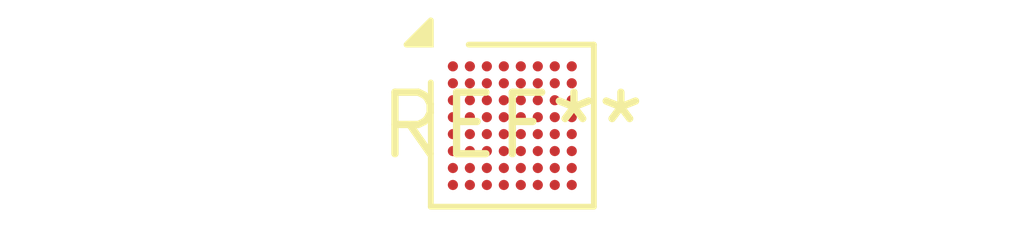
<source format=kicad_pcb>
(kicad_pcb (version 20240108) (generator pcbnew)
  (layers (0 "F.Cu" signal) (31 "B.Cu" signal) (34 "B.Paste" user) (35 "F.Paste" user) (36 "B.SilkS" user "B.Silkscreen") (37 "F.SilkS" user "F.Silkscreen") (38 "B.Mask" user) (39 "F.Mask" user) (44 "Edge.Cuts" user))
  (net 0 "")
  (footprint "ST_WLCSP-64_Die435" (layer "F.Cu") (at 0 0)
    (property "Reference" "REF**")
    (property "Value" "ST_WLCSP-64_Die435")
    (fp_line (start -1.6805 1.6735) (end -1.6805 -0.89175) (layer "F.SilkS") (stroke (width 0.12)))
    (fp_line (start -0.89875 -1.6735) (end 1.6805 -1.6735) (layer "F.SilkS") (stroke (width 0.12)))
    (fp_line (start 1.6805 -1.6735) (end 1.6805 1.6735) (layer "F.SilkS") (stroke (width 0.12)))
    (fp_line (start 1.6805 1.6735) (end -1.6805 1.6735) (layer "F.SilkS") (stroke (width 0.12)))
    (fp_poly (pts (xy -1.6805 -1.6735) (xy -2.1805 -1.6735) (xy -1.6805 -2.1735) (xy -1.6805 -1.6735)) (layer "F.SilkS") (stroke (width 0.12)) (fill solid))
    (pad "A1" smd circle (at -1.225 -1.225) (size 0.21 0.21) (property pad_prop_bga) (layers "F.Cu" "F.Paste" "F.Mask"))
    (pad "A2" smd circle (at -0.875 -1.225) (size 0.21 0.21) (property pad_prop_bga) (layers "F.Cu" "F.Paste" "F.Mask"))
    (pad "A3" smd circle (at -0.525 -1.225) (size 0.21 0.21) (property pad_prop_bga) (layers "F.Cu" "F.Paste" "F.Mask"))
    (pad "A4" smd circle (at -0.175 -1.225) (size 0.21 0.21) (property pad_prop_bga) (layers "F.Cu" "F.Paste" "F.Mask"))
    (pad "A5" smd circle (at 0.175 -1.225) (size 0.21 0.21) (property pad_prop_bga) (layers "F.Cu" "F.Paste" "F.Mask"))
    (pad "A6" smd circle (at 0.525 -1.225) (size 0.21 0.21) (property pad_prop_bga) (layers "F.Cu" "F.Paste" "F.Mask"))
    (pad "A7" smd circle (at 0.875 -1.225) (size 0.21 0.21) (property pad_prop_bga) (layers "F.Cu" "F.Paste" "F.Mask"))
    (pad "A8" smd circle (at 1.225 -1.225) (size 0.21 0.21) (property pad_prop_bga) (layers "F.Cu" "F.Paste" "F.Mask"))
    (pad "B1" smd circle (at -1.225 -0.875) (size 0.21 0.21) (property pad_prop_bga) (layers "F.Cu" "F.Paste" "F.Mask"))
    (pad "B2" smd circle (at -0.875 -0.875) (size 0.21 0.21) (property pad_prop_bga) (layers "F.Cu" "F.Paste" "F.Mask"))
    (pad "B3" smd circle (at -0.525 -0.875) (size 0.21 0.21) (property pad_prop_bga) (layers "F.Cu" "F.Paste" "F.Mask"))
    (pad "B4" smd circle (at -0.175 -0.875) (size 0.21 0.21) (property pad_prop_bga) (layers "F.Cu" "F.Paste" "F.Mask"))
    (pad "B5" smd circle (at 0.175 -0.875) (size 0.21 0.21) (property pad_prop_bga) (layers "F.Cu" "F.Paste" "F.Mask"))
    (pad "B6" smd circle (at 0.525 -0.875) (size 0.21 0.21) (property pad_prop_bga) (layers "F.Cu" "F.Paste" "F.Mask"))
    (pad "B7" smd circle (at 0.875 -0.875) (size 0.21 0.21) (property pad_prop_bga) (layers "F.Cu" "F.Paste" "F.Mask"))
    (pad "B8" smd circle (at 1.225 -0.875) (size 0.21 0.21) (property pad_prop_bga) (layers "F.Cu" "F.Paste" "F.Mask"))
    (pad "C1" smd circle (at -1.225 -0.525) (size 0.21 0.21) (property pad_prop_bga) (layers "F.Cu" "F.Paste" "F.Mask"))
    (pad "C2" smd circle (at -0.875 -0.525) (size 0.21 0.21) (property pad_prop_bga) (layers "F.Cu" "F.Paste" "F.Mask"))
    (pad "C3" smd circle (at -0.525 -0.525) (size 0.21 0.21) (property pad_prop_bga) (layers "F.Cu" "F.Paste" "F.Mask"))
    (pad "C4" smd circle (at -0.175 -0.525) (size 0.21 0.21) (property pad_prop_bga) (layers "F.Cu" "F.Paste" "F.Mask"))
    (pad "C5" smd circle (at 0.175 -0.525) (size 0.21 0.21) (property pad_prop_bga) (layers "F.Cu" "F.Paste" "F.Mask"))
    (pad "C6" smd circle (at 0.525 -0.525) (size 0.21 0.21) (property pad_prop_bga) (layers "F.Cu" "F.Paste" "F.Mask"))
    (pad "C7" smd circle (at 0.875 -0.525) (size 0.21 0.21) (property pad_prop_bga) (layers "F.Cu" "F.Paste" "F.Mask"))
    (pad "C8" smd circle (at 1.225 -0.525) (size 0.21 0.21) (property pad_prop_bga) (layers "F.Cu" "F.Paste" "F.Mask"))
    (pad "D1" smd circle (at -1.225 -0.175) (size 0.21 0.21) (property pad_prop_bga) (layers "F.Cu" "F.Paste" "F.Mask"))
    (pad "D2" smd circle (at -0.875 -0.175) (size 0.21 0.21) (property pad_prop_bga) (layers "F.Cu" "F.Paste" "F.Mask"))
    (pad "D3" smd circle (at -0.525 -0.175) (size 0.21 0.21) (property pad_prop_bga) (layers "F.Cu" "F.Paste" "F.Mask"))
    (pad "D4" smd circle (at -0.175 -0.175) (size 0.21 0.21) (property pad_prop_bga) (layers "F.Cu" "F.Paste" "F.Mask"))
    (pad "D5" smd circle (at 0.175 -0.175) (size 0.21 0.21) (property pad_prop_bga) (layers "F.Cu" "F.Paste" "F.Mask"))
    (pad "D6" smd circle (at 0.525 -0.175) (size 0.21 0.21) (property pad_prop_bga) (layers "F.Cu" "F.Paste" "F.Mask"))
    (pad "D7" smd circle (at 0.875 -0.175) (size 0.21 0.21) (property pad_prop_bga) (layers "F.Cu" "F.Paste" "F.Mask"))
    (pad "D8" smd circle (at 1.225 -0.175) (size 0.21 0.21) (property pad_prop_bga) (layers "F.Cu" "F.Paste" "F.Mask"))
    (pad "E1" smd circle (at -1.225 0.175) (size 0.21 0.21) (property pad_prop_bga) (layers "F.Cu" "F.Paste" "F.Mask"))
    (pad "E2" smd circle (at -0.875 0.175) (size 0.21 0.21) (property pad_prop_bga) (layers "F.Cu" "F.Paste" "F.Mask"))
    (pad "E3" smd circle (at -0.525 0.175) (size 0.21 0.21) (property pad_prop_bga) (layers "F.Cu" "F.Paste" "F.Mask"))
    (pad "E4" smd circle (at -0.175 0.175) (size 0.21 0.21) (property pad_prop_bga) (layers "F.Cu" "F.Paste" "F.Mask"))
    (pad "E5" smd circle (at 0.175 0.175) (size 0.21 0.21) (property pad_prop_bga) (layers "F.Cu" "F.Paste" "F.Mask"))
    (pad "E6" smd circle (at 0.525 0.175) (size 0.21 0.21) (property pad_prop_bga) (layers "F.Cu" "F.Paste" "F.Mask"))
    (pad "E7" smd circle (at 0.875 0.175) (size 0.21 0.21) (property pad_prop_bga) (layers "F.Cu" "F.Paste" "F.Mask"))
    (pad "E8" smd circle (at 1.225 0.175) (size 0.21 0.21) (property pad_prop_bga) (layers "F.Cu" "F.Paste" "F.Mask"))
    (pad "F1" smd circle (at -1.225 0.525) (size 0.21 0.21) (property pad_prop_bga) (layers "F.Cu" "F.Paste" "F.Mask"))
    (pad "F2" smd circle (at -0.875 0.525) (size 0.21 0.21) (property pad_prop_bga) (layers "F.Cu" "F.Paste" "F.Mask"))
    (pad "F3" smd circle (at -0.525 0.525) (size 0.21 0.21) (property pad_prop_bga) (layers "F.Cu" "F.Paste" "F.Mask"))
    (pad "F4" smd circle (at -0.175 0.525) (size 0.21 0.21) (property pad_prop_bga) (layers "F.Cu" "F.Paste" "F.Mask"))
    (pad "F5" smd circle (at 0.175 0.525) (size 0.21 0.21) (property pad_prop_bga) (layers "F.Cu" "F.Paste" "F.Mask"))
    (pad "F6" smd circle (at 0.525 0.525) (size 0.21 0.21) (property pad_prop_bga) (layers "F.Cu" "F.Paste" "F.Mask"))
    (pad "F7" smd circle (at 0.875 0.525) (size 0.21 0.21) (property pad_prop_bga) (layers "F.Cu" "F.Paste" "F.Mask"))
    (pad "F8" smd circle (at 1.225 0.525) (size 0.21 0.21) (property pad_prop_bga) (layers "F.Cu" "F.Paste" "F.Mask"))
    (pad "G1" smd circle (at -1.225 0.875) (size 0.21 0.21) (property pad_prop_bga) (layers "F.Cu" "F.Paste" "F.Mask"))
    (pad "G2" smd circle (at -0.875 0.875) (size 0.21 0.21) (property pad_prop_bga) (layers "F.Cu" "F.Paste" "F.Mask"))
    (pad "G3" smd circle (at -0.525 0.875) (size 0.21 0.21) (property pad_prop_bga) (layers "F.Cu" "F.Paste" "F.Mask"))
    (pad "G4" smd circle (at -0.175 0.875) (size 0.21 0.21) (property pad_prop_bga) (layers "F.Cu" "F.Paste" "F.Mask"))
    (pad "G5" smd circle (at 0.175 0.875) (size 0.21 0.21) (property pad_prop_bga) (layers "F.Cu" "F.Paste" "F.Mask"))
    (pad "G6" smd circle (at 0.525 0.875) (size 0.21 0.21) (property pad_prop_bga) (layers "F.Cu" "F.Paste" "F.Mask"))
    (pad "G7" smd circle (at 0.875 0.875) (size 0.21 0.21) (property pad_prop_bga) (layers "F.Cu" "F.Paste" "F.Mask"))
    (pad "G8" smd circle (at 1.225 0.875) (size 0.21 0.21) (property pad_prop_bga) (layers "F.Cu" "F.Paste" "F.Mask"))
    (pad "H1" smd circle (at -1.225 1.225) (size 0.21 0.21) (property pad_prop_bga) (layers "F.Cu" "F.Paste" "F.Mask"))
    (pad "H2" smd circle (at -0.875 1.225) (size 0.21 0.21) (property pad_prop_bga) (layers "F.Cu" "F.Paste" "F.Mask"))
    (pad "H3" smd circle (at -0.525 1.225) (size 0.21 0.21) (property pad_prop_bga) (layers "F.Cu" "F.Paste" "F.Mask"))
    (pad "H4" smd circle (at -0.175 1.225) (size 0.21 0.21) (property pad_prop_bga) (layers "F.Cu" "F.Paste" "F.Mask"))
    (pad "H5" smd circle (at 0.175 1.225) (size 0.21 0.21) (property pad_prop_bga) (layers "F.Cu" "F.Paste" "F.Mask"))
    (pad "H6" smd circle (at 0.525 1.225) (size 0.21 0.21) (property pad_prop_bga) (layers "F.Cu" "F.Paste" "F.Mask"))
    (pad "H7" smd circle (at 0.875 1.225) (size 0.21 0.21) (property pad_prop_bga) (layers "F.Cu" "F.Paste" "F.Mask"))
    (pad "H8" smd circle (at 1.225 1.225) (size 0.21 0.21) (property pad_prop_bga) (layers "F.Cu" "F.Paste" "F.Mask"))
  )
)
</source>
